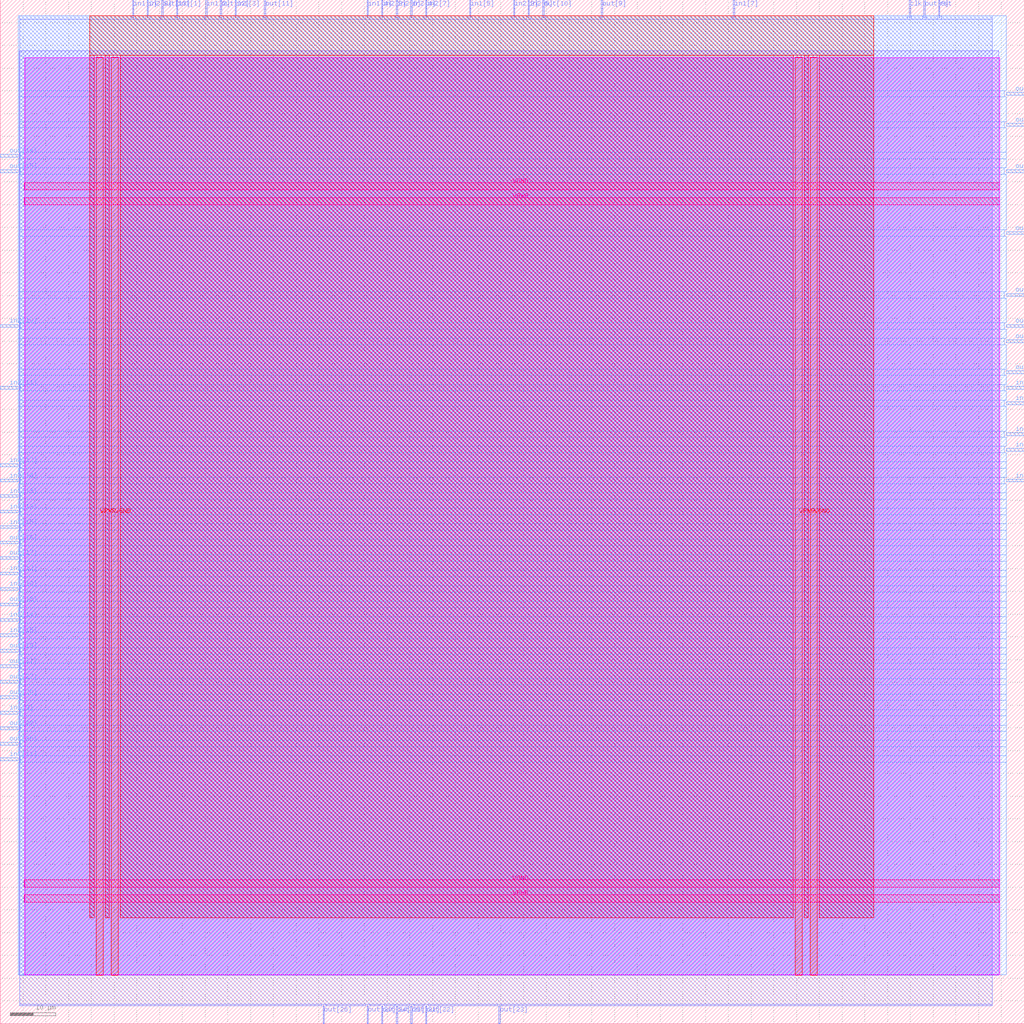
<source format=lef>
VERSION 5.7 ;
  NOWIREEXTENSIONATPIN ON ;
  DIVIDERCHAR "/" ;
  BUSBITCHARS "[]" ;
MACRO mult_16x16
  CLASS BLOCK ;
  FOREIGN mult_16x16 ;
  ORIGIN 0.000 0.000 ;
  SIZE 225.000 BY 225.000 ;
  PIN VGND
    DIRECTION INOUT ;
    USE GROUND ;
    PORT
      LAYER met4 ;
        RECT 24.340 10.640 25.940 212.400 ;
    END
    PORT
      LAYER met4 ;
        RECT 177.940 10.640 179.540 212.400 ;
    END
    PORT
      LAYER met5 ;
        RECT 5.280 30.030 219.660 31.630 ;
    END
    PORT
      LAYER met5 ;
        RECT 5.280 183.210 219.660 184.810 ;
    END
  END VGND
  PIN VPWR
    DIRECTION INOUT ;
    USE POWER ;
    PORT
      LAYER met4 ;
        RECT 21.040 10.640 22.640 212.400 ;
    END
    PORT
      LAYER met4 ;
        RECT 174.640 10.640 176.240 212.400 ;
    END
    PORT
      LAYER met5 ;
        RECT 5.280 26.730 219.660 28.330 ;
    END
    PORT
      LAYER met5 ;
        RECT 5.280 179.910 219.660 181.510 ;
    END
  END VPWR
  PIN clk
    DIRECTION INPUT ;
    USE SIGNAL ;
    ANTENNAGATEAREA 1.286700 ;
    ANTENNADIFFAREA 0.434700 ;
    PORT
      LAYER met2 ;
        RECT 199.730 221.000 200.010 225.000 ;
    END
  END clk
  PIN in1[0]
    DIRECTION INPUT ;
    USE SIGNAL ;
    ANTENNAGATEAREA 0.631200 ;
    ANTENNADIFFAREA 0.434700 ;
    PORT
      LAYER met2 ;
        RECT 29.070 221.000 29.350 225.000 ;
    END
  END in1[0]
  PIN in1[10]
    DIRECTION INPUT ;
    USE SIGNAL ;
    ANTENNAGATEAREA 0.631200 ;
    ANTENNADIFFAREA 0.434700 ;
    PORT
      LAYER met3 ;
        RECT 0.000 95.240 4.000 95.840 ;
    END
  END in1[10]
  PIN in1[11]
    DIRECTION INPUT ;
    USE SIGNAL ;
    ANTENNAGATEAREA 0.631200 ;
    ANTENNADIFFAREA 0.434700 ;
    PORT
      LAYER met3 ;
        RECT 0.000 57.840 4.000 58.440 ;
    END
  END in1[11]
  PIN in1[12]
    DIRECTION INPUT ;
    USE SIGNAL ;
    ANTENNAGATEAREA 0.631200 ;
    ANTENNADIFFAREA 0.434700 ;
    PORT
      LAYER met3 ;
        RECT 0.000 98.640 4.000 99.240 ;
    END
  END in1[12]
  PIN in1[13]
    DIRECTION INPUT ;
    USE SIGNAL ;
    ANTENNAGATEAREA 0.631200 ;
    ANTENNADIFFAREA 0.434700 ;
    PORT
      LAYER met3 ;
        RECT 0.000 115.640 4.000 116.240 ;
    END
  END in1[13]
  PIN in1[14]
    DIRECTION INPUT ;
    USE SIGNAL ;
    ANTENNAGATEAREA 0.631200 ;
    ANTENNADIFFAREA 0.434700 ;
    PORT
      LAYER met3 ;
        RECT 0.000 88.440 4.000 89.040 ;
    END
  END in1[14]
  PIN in1[15]
    DIRECTION INPUT ;
    USE SIGNAL ;
    ANTENNAGATEAREA 0.631200 ;
    ANTENNADIFFAREA 0.434700 ;
    PORT
      LAYER met3 ;
        RECT 0.000 108.840 4.000 109.440 ;
    END
  END in1[15]
  PIN in1[1]
    DIRECTION INPUT ;
    USE SIGNAL ;
    ANTENNAGATEAREA 0.631200 ;
    ANTENNADIFFAREA 0.434700 ;
    PORT
      LAYER met2 ;
        RECT 38.730 221.000 39.010 225.000 ;
    END
  END in1[1]
  PIN in1[2]
    DIRECTION INPUT ;
    USE SIGNAL ;
    ANTENNAGATEAREA 0.631200 ;
    ANTENNADIFFAREA 0.434700 ;
    PORT
      LAYER met2 ;
        RECT 45.170 221.000 45.450 225.000 ;
    END
  END in1[2]
  PIN in1[3]
    DIRECTION INPUT ;
    USE SIGNAL ;
    ANTENNAGATEAREA 0.631200 ;
    ANTENNADIFFAREA 0.434700 ;
    PORT
      LAYER met2 ;
        RECT 51.610 221.000 51.890 225.000 ;
    END
  END in1[3]
  PIN in1[4]
    DIRECTION INPUT ;
    USE SIGNAL ;
    ANTENNAGATEAREA 0.631200 ;
    ANTENNADIFFAREA 0.434700 ;
    PORT
      LAYER met2 ;
        RECT 80.590 221.000 80.870 225.000 ;
    END
  END in1[4]
  PIN in1[5]
    DIRECTION INPUT ;
    USE SIGNAL ;
    ANTENNAGATEAREA 0.631200 ;
    ANTENNADIFFAREA 0.434700 ;
    PORT
      LAYER met2 ;
        RECT 103.130 221.000 103.410 225.000 ;
    END
  END in1[5]
  PIN in1[6]
    DIRECTION INPUT ;
    USE SIGNAL ;
    ANTENNAGATEAREA 0.631200 ;
    ANTENNADIFFAREA 0.434700 ;
    PORT
      LAYER met3 ;
        RECT 221.000 125.840 225.000 126.440 ;
    END
  END in1[6]
  PIN in1[7]
    DIRECTION INPUT ;
    USE SIGNAL ;
    ANTENNAGATEAREA 0.631200 ;
    ANTENNADIFFAREA 0.434700 ;
    PORT
      LAYER met2 ;
        RECT 161.090 221.000 161.370 225.000 ;
    END
  END in1[7]
  PIN in1[8]
    DIRECTION INPUT ;
    USE SIGNAL ;
    ANTENNAGATEAREA 0.631200 ;
    ANTENNADIFFAREA 0.434700 ;
    PORT
      LAYER met3 ;
        RECT 221.000 119.040 225.000 119.640 ;
    END
  END in1[8]
  PIN in1[9]
    DIRECTION INPUT ;
    USE SIGNAL ;
    ANTENNAGATEAREA 0.631200 ;
    ANTENNADIFFAREA 0.434700 ;
    PORT
      LAYER met3 ;
        RECT 0.000 68.040 4.000 68.640 ;
    END
  END in1[9]
  PIN in2[0]
    DIRECTION INPUT ;
    USE SIGNAL ;
    ANTENNAGATEAREA 0.631200 ;
    ANTENNADIFFAREA 0.434700 ;
    PORT
      LAYER met3 ;
        RECT 221.000 129.240 225.000 129.840 ;
    END
  END in2[0]
  PIN in2[10]
    DIRECTION INPUT ;
    USE SIGNAL ;
    ANTENNAGATEAREA 0.631200 ;
    ANTENNADIFFAREA 0.434700 ;
    PORT
      LAYER met3 ;
        RECT 0.000 153.040 4.000 153.640 ;
    END
  END in2[10]
  PIN in2[11]
    DIRECTION INPUT ;
    USE SIGNAL ;
    ANTENNAGATEAREA 0.631200 ;
    ANTENNADIFFAREA 0.434700 ;
    PORT
      LAYER met3 ;
        RECT 0.000 139.440 4.000 140.040 ;
    END
  END in2[11]
  PIN in2[12]
    DIRECTION INPUT ;
    USE SIGNAL ;
    ANTENNAGATEAREA 0.631200 ;
    ANTENNADIFFAREA 0.434700 ;
    PORT
      LAYER met3 ;
        RECT 0.000 112.240 4.000 112.840 ;
    END
  END in2[12]
  PIN in2[13]
    DIRECTION INPUT ;
    USE SIGNAL ;
    ANTENNAGATEAREA 0.631200 ;
    ANTENNADIFFAREA 0.434700 ;
    PORT
      LAYER met3 ;
        RECT 0.000 122.440 4.000 123.040 ;
    END
  END in2[13]
  PIN in2[14]
    DIRECTION INPUT ;
    USE SIGNAL ;
    ANTENNAGATEAREA 0.631200 ;
    ANTENNADIFFAREA 0.434700 ;
    PORT
      LAYER met3 ;
        RECT 0.000 119.040 4.000 119.640 ;
    END
  END in2[14]
  PIN in2[15]
    DIRECTION INPUT ;
    USE SIGNAL ;
    ANTENNAGATEAREA 0.631200 ;
    ANTENNADIFFAREA 0.434700 ;
    PORT
      LAYER met3 ;
        RECT 0.000 85.040 4.000 85.640 ;
    END
  END in2[15]
  PIN in2[1]
    DIRECTION INPUT ;
    USE SIGNAL ;
    ANTENNAGATEAREA 0.631200 ;
    ANTENNADIFFAREA 0.434700 ;
    PORT
      LAYER met3 ;
        RECT 221.000 136.040 225.000 136.640 ;
    END
  END in2[1]
  PIN in2[2]
    DIRECTION INPUT ;
    USE SIGNAL ;
    ANTENNAGATEAREA 0.631200 ;
    ANTENNADIFFAREA 0.434700 ;
    PORT
      LAYER met3 ;
        RECT 221.000 139.440 225.000 140.040 ;
    END
  END in2[2]
  PIN in2[3]
    DIRECTION INPUT ;
    USE SIGNAL ;
    ANTENNAGATEAREA 0.631200 ;
    ANTENNADIFFAREA 0.434700 ;
    PORT
      LAYER met2 ;
        RECT 112.790 221.000 113.070 225.000 ;
    END
  END in2[3]
  PIN in2[4]
    DIRECTION INPUT ;
    USE SIGNAL ;
    ANTENNAGATEAREA 0.631200 ;
    ANTENNADIFFAREA 0.434700 ;
    PORT
      LAYER met2 ;
        RECT 90.250 221.000 90.530 225.000 ;
    END
  END in2[4]
  PIN in2[5]
    DIRECTION INPUT ;
    USE SIGNAL ;
    ANTENNAGATEAREA 0.631200 ;
    ANTENNADIFFAREA 0.434700 ;
    PORT
      LAYER met2 ;
        RECT 116.010 221.000 116.290 225.000 ;
    END
  END in2[5]
  PIN in2[6]
    DIRECTION INPUT ;
    USE SIGNAL ;
    ANTENNAGATEAREA 0.631200 ;
    ANTENNADIFFAREA 0.434700 ;
    PORT
      LAYER met2 ;
        RECT 87.030 221.000 87.310 225.000 ;
    END
  END in2[6]
  PIN in2[7]
    DIRECTION INPUT ;
    USE SIGNAL ;
    ANTENNAGATEAREA 0.631200 ;
    ANTENNADIFFAREA 0.434700 ;
    PORT
      LAYER met2 ;
        RECT 93.470 221.000 93.750 225.000 ;
    END
  END in2[7]
  PIN in2[8]
    DIRECTION INPUT ;
    USE SIGNAL ;
    ANTENNAGATEAREA 0.631200 ;
    ANTENNADIFFAREA 0.434700 ;
    PORT
      LAYER met2 ;
        RECT 83.810 221.000 84.090 225.000 ;
    END
  END in2[8]
  PIN in2[9]
    DIRECTION INPUT ;
    USE SIGNAL ;
    ANTENNAGATEAREA 0.631200 ;
    ANTENNADIFFAREA 0.434700 ;
    PORT
      LAYER met2 ;
        RECT 32.290 221.000 32.570 225.000 ;
    END
  END in2[9]
  PIN out[0]
    DIRECTION OUTPUT ;
    USE SIGNAL ;
    ANTENNADIFFAREA 0.445500 ;
    PORT
      LAYER met3 ;
        RECT 221.000 142.840 225.000 143.440 ;
    END
  END out[0]
  PIN out[10]
    DIRECTION OUTPUT ;
    USE SIGNAL ;
    ANTENNADIFFAREA 0.445500 ;
    PORT
      LAYER met2 ;
        RECT 119.230 221.000 119.510 225.000 ;
    END
  END out[10]
  PIN out[11]
    DIRECTION OUTPUT ;
    USE SIGNAL ;
    ANTENNADIFFAREA 0.445500 ;
    PORT
      LAYER met2 ;
        RECT 58.050 221.000 58.330 225.000 ;
    END
  END out[11]
  PIN out[12]
    DIRECTION OUTPUT ;
    USE SIGNAL ;
    ANTENNADIFFAREA 0.445500 ;
    PORT
      LAYER met2 ;
        RECT 48.390 221.000 48.670 225.000 ;
    END
  END out[12]
  PIN out[13]
    DIRECTION OUTPUT ;
    USE SIGNAL ;
    ANTENNADIFFAREA 0.445500 ;
    PORT
      LAYER met2 ;
        RECT 35.510 221.000 35.790 225.000 ;
    END
  END out[13]
  PIN out[14]
    DIRECTION OUTPUT ;
    USE SIGNAL ;
    ANTENNADIFFAREA 0.445500 ;
    PORT
      LAYER met3 ;
        RECT 0.000 190.440 4.000 191.040 ;
    END
  END out[14]
  PIN out[15]
    DIRECTION OUTPUT ;
    USE SIGNAL ;
    ANTENNADIFFAREA 0.445500 ;
    PORT
      LAYER met3 ;
        RECT 0.000 187.040 4.000 187.640 ;
    END
  END out[15]
  PIN out[16]
    DIRECTION OUTPUT ;
    USE SIGNAL ;
    ANTENNADIFFAREA 0.445500 ;
    PORT
      LAYER met3 ;
        RECT 0.000 105.440 4.000 106.040 ;
    END
  END out[16]
  PIN out[17]
    DIRECTION OUTPUT ;
    USE SIGNAL ;
    ANTENNADIFFAREA 0.445500 ;
    PORT
      LAYER met3 ;
        RECT 0.000 102.040 4.000 102.640 ;
    END
  END out[17]
  PIN out[18]
    DIRECTION OUTPUT ;
    USE SIGNAL ;
    ANTENNADIFFAREA 0.445500 ;
    PORT
      LAYER met3 ;
        RECT 0.000 91.840 4.000 92.440 ;
    END
  END out[18]
  PIN out[19]
    DIRECTION OUTPUT ;
    USE SIGNAL ;
    ANTENNADIFFAREA 0.445500 ;
    PORT
      LAYER met3 ;
        RECT 0.000 81.640 4.000 82.240 ;
    END
  END out[19]
  PIN out[1]
    DIRECTION OUTPUT ;
    USE SIGNAL ;
    ANTENNADIFFAREA 0.445500 ;
    PORT
      LAYER met3 ;
        RECT 221.000 153.040 225.000 153.640 ;
    END
  END out[1]
  PIN out[20]
    DIRECTION OUTPUT ;
    USE SIGNAL ;
    ANTENNADIFFAREA 0.445500 ;
    PORT
      LAYER met2 ;
        RECT 80.590 0.000 80.870 4.000 ;
    END
  END out[20]
  PIN out[21]
    DIRECTION OUTPUT ;
    USE SIGNAL ;
    ANTENNADIFFAREA 0.445500 ;
    PORT
      LAYER met2 ;
        RECT 90.250 0.000 90.530 4.000 ;
    END
  END out[21]
  PIN out[22]
    DIRECTION OUTPUT ;
    USE SIGNAL ;
    ANTENNADIFFAREA 0.445500 ;
    PORT
      LAYER met2 ;
        RECT 93.470 0.000 93.750 4.000 ;
    END
  END out[22]
  PIN out[23]
    DIRECTION OUTPUT ;
    USE SIGNAL ;
    ANTENNADIFFAREA 0.445500 ;
    PORT
      LAYER met2 ;
        RECT 109.570 0.000 109.850 4.000 ;
    END
  END out[23]
  PIN out[24]
    DIRECTION OUTPUT ;
    USE SIGNAL ;
    ANTENNADIFFAREA 0.445500 ;
    PORT
      LAYER met2 ;
        RECT 83.810 0.000 84.090 4.000 ;
    END
  END out[24]
  PIN out[25]
    DIRECTION OUTPUT ;
    USE SIGNAL ;
    ANTENNADIFFAREA 0.445500 ;
    PORT
      LAYER met2 ;
        RECT 87.030 0.000 87.310 4.000 ;
    END
  END out[25]
  PIN out[26]
    DIRECTION OUTPUT ;
    USE SIGNAL ;
    ANTENNADIFFAREA 0.445500 ;
    PORT
      LAYER met2 ;
        RECT 70.930 0.000 71.210 4.000 ;
    END
  END out[26]
  PIN out[27]
    DIRECTION OUTPUT ;
    USE SIGNAL ;
    ANTENNADIFFAREA 0.445500 ;
    PORT
      LAYER met3 ;
        RECT 0.000 74.840 4.000 75.440 ;
    END
  END out[27]
  PIN out[28]
    DIRECTION OUTPUT ;
    USE SIGNAL ;
    ANTENNADIFFAREA 0.445500 ;
    PORT
      LAYER met3 ;
        RECT 0.000 61.240 4.000 61.840 ;
    END
  END out[28]
  PIN out[29]
    DIRECTION OUTPUT ;
    USE SIGNAL ;
    ANTENNADIFFAREA 0.445500 ;
    PORT
      LAYER met3 ;
        RECT 0.000 64.640 4.000 65.240 ;
    END
  END out[29]
  PIN out[2]
    DIRECTION OUTPUT ;
    USE SIGNAL ;
    ANTENNADIFFAREA 0.445500 ;
    PORT
      LAYER met3 ;
        RECT 221.000 149.640 225.000 150.240 ;
    END
  END out[2]
  PIN out[30]
    DIRECTION OUTPUT ;
    USE SIGNAL ;
    ANTENNADIFFAREA 0.445500 ;
    PORT
      LAYER met3 ;
        RECT 0.000 71.440 4.000 72.040 ;
    END
  END out[30]
  PIN out[31]
    DIRECTION OUTPUT ;
    USE SIGNAL ;
    ANTENNADIFFAREA 0.445500 ;
    PORT
      LAYER met3 ;
        RECT 0.000 78.240 4.000 78.840 ;
    END
  END out[31]
  PIN out[3]
    DIRECTION OUTPUT ;
    USE SIGNAL ;
    ANTENNADIFFAREA 0.445500 ;
    PORT
      LAYER met3 ;
        RECT 221.000 159.840 225.000 160.440 ;
    END
  END out[3]
  PIN out[4]
    DIRECTION OUTPUT ;
    USE SIGNAL ;
    ANTENNADIFFAREA 0.445500 ;
    PORT
      LAYER met3 ;
        RECT 221.000 173.440 225.000 174.040 ;
    END
  END out[4]
  PIN out[5]
    DIRECTION OUTPUT ;
    USE SIGNAL ;
    ANTENNADIFFAREA 0.445500 ;
    PORT
      LAYER met3 ;
        RECT 221.000 187.040 225.000 187.640 ;
    END
  END out[5]
  PIN out[6]
    DIRECTION OUTPUT ;
    USE SIGNAL ;
    ANTENNADIFFAREA 0.445500 ;
    PORT
      LAYER met3 ;
        RECT 221.000 197.240 225.000 197.840 ;
    END
  END out[6]
  PIN out[7]
    DIRECTION OUTPUT ;
    USE SIGNAL ;
    ANTENNADIFFAREA 0.445500 ;
    PORT
      LAYER met3 ;
        RECT 221.000 204.040 225.000 204.640 ;
    END
  END out[7]
  PIN out[8]
    DIRECTION OUTPUT ;
    USE SIGNAL ;
    ANTENNADIFFAREA 0.445500 ;
    PORT
      LAYER met2 ;
        RECT 202.950 221.000 203.230 225.000 ;
    END
  END out[8]
  PIN out[9]
    DIRECTION OUTPUT ;
    USE SIGNAL ;
    ANTENNADIFFAREA 0.445500 ;
    PORT
      LAYER met2 ;
        RECT 132.110 221.000 132.390 225.000 ;
    END
  END out[9]
  PIN rst
    DIRECTION INPUT ;
    USE SIGNAL ;
    ANTENNAGATEAREA 0.560700 ;
    ANTENNADIFFAREA 0.434700 ;
    PORT
      LAYER met2 ;
        RECT 206.170 221.000 206.450 225.000 ;
    END
  END rst
  OBS
      LAYER nwell ;
        RECT 5.330 10.795 219.610 212.245 ;
      LAYER li1 ;
        RECT 5.520 10.795 219.420 212.245 ;
      LAYER met1 ;
        RECT 4.210 10.640 219.420 213.820 ;
      LAYER met2 ;
        RECT 4.230 220.720 28.790 221.525 ;
        RECT 29.630 220.720 32.010 221.525 ;
        RECT 32.850 220.720 35.230 221.525 ;
        RECT 36.070 220.720 38.450 221.525 ;
        RECT 39.290 220.720 44.890 221.525 ;
        RECT 45.730 220.720 48.110 221.525 ;
        RECT 48.950 220.720 51.330 221.525 ;
        RECT 52.170 220.720 57.770 221.525 ;
        RECT 58.610 220.720 80.310 221.525 ;
        RECT 81.150 220.720 83.530 221.525 ;
        RECT 84.370 220.720 86.750 221.525 ;
        RECT 87.590 220.720 89.970 221.525 ;
        RECT 90.810 220.720 93.190 221.525 ;
        RECT 94.030 220.720 102.850 221.525 ;
        RECT 103.690 220.720 112.510 221.525 ;
        RECT 113.350 220.720 115.730 221.525 ;
        RECT 116.570 220.720 118.950 221.525 ;
        RECT 119.790 220.720 131.830 221.525 ;
        RECT 132.670 220.720 160.810 221.525 ;
        RECT 161.650 220.720 199.450 221.525 ;
        RECT 200.290 220.720 202.670 221.525 ;
        RECT 203.510 220.720 205.890 221.525 ;
        RECT 206.730 220.720 217.950 221.525 ;
        RECT 4.230 4.280 217.950 220.720 ;
        RECT 4.230 4.000 70.650 4.280 ;
        RECT 71.490 4.000 80.310 4.280 ;
        RECT 81.150 4.000 83.530 4.280 ;
        RECT 84.370 4.000 86.750 4.280 ;
        RECT 87.590 4.000 89.970 4.280 ;
        RECT 90.810 4.000 93.190 4.280 ;
        RECT 94.030 4.000 109.290 4.280 ;
        RECT 110.130 4.000 217.950 4.280 ;
      LAYER met3 ;
        RECT 3.990 205.040 221.000 221.505 ;
        RECT 3.990 203.640 220.600 205.040 ;
        RECT 3.990 198.240 221.000 203.640 ;
        RECT 3.990 196.840 220.600 198.240 ;
        RECT 3.990 191.440 221.000 196.840 ;
        RECT 4.400 190.040 221.000 191.440 ;
        RECT 3.990 188.040 221.000 190.040 ;
        RECT 4.400 186.640 220.600 188.040 ;
        RECT 3.990 174.440 221.000 186.640 ;
        RECT 3.990 173.040 220.600 174.440 ;
        RECT 3.990 160.840 221.000 173.040 ;
        RECT 3.990 159.440 220.600 160.840 ;
        RECT 3.990 154.040 221.000 159.440 ;
        RECT 4.400 152.640 220.600 154.040 ;
        RECT 3.990 150.640 221.000 152.640 ;
        RECT 3.990 149.240 220.600 150.640 ;
        RECT 3.990 143.840 221.000 149.240 ;
        RECT 3.990 142.440 220.600 143.840 ;
        RECT 3.990 140.440 221.000 142.440 ;
        RECT 4.400 139.040 220.600 140.440 ;
        RECT 3.990 137.040 221.000 139.040 ;
        RECT 3.990 135.640 220.600 137.040 ;
        RECT 3.990 130.240 221.000 135.640 ;
        RECT 3.990 128.840 220.600 130.240 ;
        RECT 3.990 126.840 221.000 128.840 ;
        RECT 3.990 125.440 220.600 126.840 ;
        RECT 3.990 123.440 221.000 125.440 ;
        RECT 4.400 122.040 221.000 123.440 ;
        RECT 3.990 120.040 221.000 122.040 ;
        RECT 4.400 118.640 220.600 120.040 ;
        RECT 3.990 116.640 221.000 118.640 ;
        RECT 4.400 115.240 221.000 116.640 ;
        RECT 3.990 113.240 221.000 115.240 ;
        RECT 4.400 111.840 221.000 113.240 ;
        RECT 3.990 109.840 221.000 111.840 ;
        RECT 4.400 108.440 221.000 109.840 ;
        RECT 3.990 106.440 221.000 108.440 ;
        RECT 4.400 105.040 221.000 106.440 ;
        RECT 3.990 103.040 221.000 105.040 ;
        RECT 4.400 101.640 221.000 103.040 ;
        RECT 3.990 99.640 221.000 101.640 ;
        RECT 4.400 98.240 221.000 99.640 ;
        RECT 3.990 96.240 221.000 98.240 ;
        RECT 4.400 94.840 221.000 96.240 ;
        RECT 3.990 92.840 221.000 94.840 ;
        RECT 4.400 91.440 221.000 92.840 ;
        RECT 3.990 89.440 221.000 91.440 ;
        RECT 4.400 88.040 221.000 89.440 ;
        RECT 3.990 86.040 221.000 88.040 ;
        RECT 4.400 84.640 221.000 86.040 ;
        RECT 3.990 82.640 221.000 84.640 ;
        RECT 4.400 81.240 221.000 82.640 ;
        RECT 3.990 79.240 221.000 81.240 ;
        RECT 4.400 77.840 221.000 79.240 ;
        RECT 3.990 75.840 221.000 77.840 ;
        RECT 4.400 74.440 221.000 75.840 ;
        RECT 3.990 72.440 221.000 74.440 ;
        RECT 4.400 71.040 221.000 72.440 ;
        RECT 3.990 69.040 221.000 71.040 ;
        RECT 4.400 67.640 221.000 69.040 ;
        RECT 3.990 65.640 221.000 67.640 ;
        RECT 4.400 64.240 221.000 65.640 ;
        RECT 3.990 62.240 221.000 64.240 ;
        RECT 4.400 60.840 221.000 62.240 ;
        RECT 3.990 58.840 221.000 60.840 ;
        RECT 4.400 57.440 221.000 58.840 ;
        RECT 3.990 10.715 221.000 57.440 ;
      LAYER met4 ;
        RECT 19.615 212.800 191.985 221.505 ;
        RECT 19.615 23.295 20.640 212.800 ;
        RECT 23.040 23.295 23.940 212.800 ;
        RECT 26.340 23.295 174.240 212.800 ;
        RECT 176.640 23.295 177.540 212.800 ;
        RECT 179.940 23.295 191.985 212.800 ;
  END
END mult_16x16
END LIBRARY


</source>
